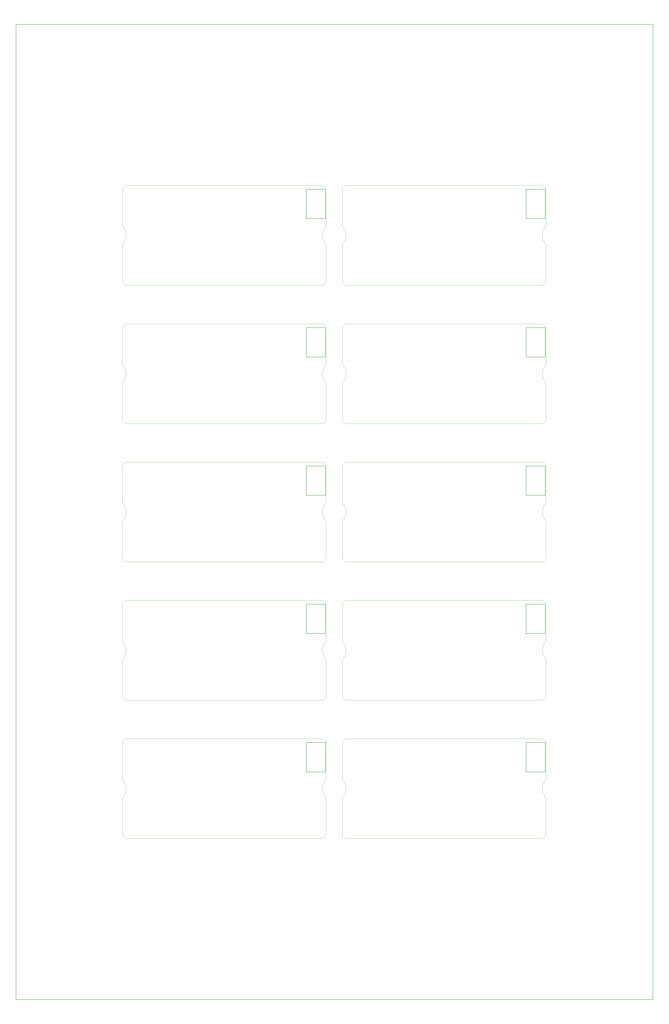
<source format=gm1>
%FSTAX23Y23*%
%MOIN*%
%SFA1B1*%

%IPPOS*%
%ADD11C,0.007870*%
%ADD12C,0.005000*%
%ADD34C,0.001000*%
%LNpowerboardv1-1*%
%LPD*%
G54D11*
X05611Y04398D02*
Y04965D01*
X05981*
G54D12*
X0Y0D02*
X12312D01*
Y18836*
X0*
Y0*
G54D11*
X05981Y04398D02*
Y04965D01*
X05611Y04398D02*
X05981D01*
G54D34*
X05993Y0425D02*
X05987Y04243D01*
X0598Y04235*
X05974Y04227*
X05968Y04219*
X05963Y04211*
X05958Y04202*
X05953Y04194*
X05948Y04185*
X05944Y04176*
X05941Y04167*
X05937Y04157*
X05934Y04148*
X05932Y04138*
X05929Y04129*
X05927Y04119*
X05926Y04109*
X05925Y041*
X05924Y0409*
X05923Y0408*
Y0407*
X05924Y0406*
X05925Y0405*
X05926Y0404*
X05927Y0403*
X05929Y04021*
X05932Y04011*
X05934Y04002*
X05937Y03992*
X05941Y03983*
X05944Y03974*
X05948Y03965*
X05953Y03956*
X05958Y03947*
X05963Y03939*
X05968Y0393*
X05974Y03922*
X0598Y03915*
X05987Y03907*
X05993Y039*
Y0494D02*
X05993Y0495D01*
X05991Y0496*
X05989Y04969*
X05986Y04978*
X05982Y04987*
X05977Y04995*
X05971Y05003*
X05964Y0501*
X05957Y05017*
X05949Y05023*
X05941Y05028*
X05932Y05032*
X05923Y05035*
X05914Y05037*
X05904Y05039*
X05895Y05039*
X05895Y0311D02*
X05905Y0311D01*
X05915Y03112*
X05925Y03115*
X05935Y03118*
X05944Y03123*
X05953Y03129*
X05961Y03135*
X05968Y03143*
X05974Y03151*
X0598Y03159*
X05985Y03168*
X05988Y03178*
X05991Y03188*
X05993Y03198*
X05993Y03208*
X02056D02*
X02057Y03198D01*
X02058Y03188*
X02061Y03178*
X02065Y03168*
X02069Y03159*
X02075Y03151*
X02082Y03143*
X02089Y03135*
X02097Y03129*
X02105Y03123*
X02115Y03118*
X02124Y03115*
X02134Y03112*
X02144Y0311*
X02155Y0311*
X02155Y05039D02*
X02145Y05039D01*
X02136Y05037*
X02126Y05035*
X02117Y05032*
X02108Y05028*
X021Y05023*
X02092Y05017*
X02085Y0501*
X02079Y05003*
X02073Y04995*
X02068Y04987*
X02064Y04978*
X0206Y04969*
X02058Y0496*
X02057Y0495*
X02056Y0494*
Y039D02*
X02063Y03907D01*
X02069Y03915*
X02075Y03922*
X02081Y0393*
X02087Y03939*
X02092Y03947*
X02097Y03956*
X02101Y03965*
X02105Y03974*
X02109Y03983*
X02112Y03992*
X02115Y04002*
X02118Y04011*
X0212Y04021*
X02122Y0403*
X02124Y0404*
X02125Y0405*
X02126Y0406*
X02126Y0407*
Y0408*
X02126Y0409*
X02125Y041*
X02124Y04109*
X02122Y04119*
X0212Y04129*
X02118Y04138*
X02115Y04148*
X02112Y04157*
X02109Y04167*
X02105Y04176*
X02101Y04185*
X02097Y04194*
X02092Y04202*
X02087Y04211*
X02081Y04219*
X02075Y04227*
X02069Y04235*
X02063Y04243*
X02056Y0425*
X02155Y05039D02*
X05895D01*
X05993Y03208D02*
Y039D01*
Y0425D02*
Y04941D01*
X02155Y0311D02*
X05895D01*
X02056Y0425D02*
Y04941D01*
Y03208D02*
Y039D01*
G54D11*
X09861Y04398D02*
Y04965D01*
X10231*
Y04398D02*
Y04965D01*
X09861Y04398D02*
X10231D01*
G54D34*
X10243Y0425D02*
X10237Y04243D01*
X1023Y04235*
X10224Y04227*
X10218Y04219*
X10213Y04211*
X10208Y04202*
X10203Y04194*
X10198Y04185*
X10194Y04176*
X10191Y04167*
X10187Y04157*
X10184Y04148*
X10182Y04138*
X10179Y04129*
X10177Y04119*
X10176Y04109*
X10175Y041*
X10174Y0409*
X10173Y0408*
Y0407*
X10174Y0406*
X10175Y0405*
X10176Y0404*
X10177Y0403*
X10179Y04021*
X10182Y04011*
X10184Y04002*
X10187Y03992*
X10191Y03983*
X10194Y03974*
X10198Y03965*
X10203Y03956*
X10208Y03947*
X10213Y03939*
X10218Y0393*
X10224Y03922*
X1023Y03915*
X10237Y03907*
X10243Y039*
Y0494D02*
X10243Y0495D01*
X10241Y0496*
X10239Y04969*
X10236Y04978*
X10232Y04987*
X10227Y04995*
X10221Y05003*
X10214Y0501*
X10207Y05017*
X10199Y05023*
X10191Y05028*
X10182Y05032*
X10173Y05035*
X10164Y05037*
X10154Y05039*
X10145Y05039*
X10145Y0311D02*
X10155Y0311D01*
X10165Y03112*
X10175Y03115*
X10185Y03118*
X10194Y03123*
X10203Y03129*
X10211Y03135*
X10218Y03143*
X10224Y03151*
X1023Y03159*
X10235Y03168*
X10238Y03178*
X10241Y03188*
X10243Y03198*
X10243Y03208*
X06306D02*
X06307Y03198D01*
X06308Y03188*
X06311Y03178*
X06315Y03168*
X06319Y03159*
X06325Y03151*
X06332Y03143*
X06339Y03135*
X06347Y03129*
X06356Y03123*
X06365Y03118*
X06374Y03115*
X06384Y03112*
X06394Y0311*
X06405Y0311*
X06405Y05039D02*
X06395Y05039D01*
X06386Y05037*
X06376Y05035*
X06367Y05032*
X06358Y05028*
X0635Y05023*
X06342Y05017*
X06335Y0501*
X06329Y05003*
X06323Y04995*
X06318Y04987*
X06314Y04978*
X0631Y04969*
X06308Y0496*
X06307Y0495*
X06306Y0494*
Y039D02*
X06313Y03907D01*
X06319Y03915*
X06325Y03922*
X06331Y0393*
X06337Y03939*
X06342Y03947*
X06347Y03956*
X06351Y03965*
X06355Y03974*
X06359Y03983*
X06362Y03992*
X06365Y04002*
X06368Y04011*
X0637Y04021*
X06372Y0403*
X06374Y0404*
X06375Y0405*
X06376Y0406*
X06376Y0407*
Y0408*
X06376Y0409*
X06375Y041*
X06374Y04109*
X06372Y04119*
X0637Y04129*
X06368Y04138*
X06365Y04148*
X06362Y04157*
X06359Y04167*
X06355Y04176*
X06351Y04185*
X06347Y04194*
X06342Y04202*
X06337Y04211*
X06331Y04219*
X06325Y04227*
X06319Y04235*
X06313Y04243*
X06306Y0425*
X06405Y05039D02*
X10145D01*
X10243Y03208D02*
Y039D01*
Y0425D02*
Y04941D01*
X06405Y0311D02*
X10145D01*
X06306Y0425D02*
Y04941D01*
Y03208D02*
Y039D01*
G54D11*
X05611Y0707D02*
Y07637D01*
X05981*
Y0707D02*
Y07637D01*
X05611Y0707D02*
X05981D01*
G54D34*
X05993Y06922D02*
X05987Y06915D01*
X0598Y06907*
X05974Y06899*
X05968Y06891*
X05963Y06883*
X05958Y06874*
X05953Y06866*
X05948Y06857*
X05944Y06848*
X05941Y06839*
X05937Y06829*
X05934Y0682*
X05932Y0681*
X05929Y06801*
X05927Y06791*
X05926Y06781*
X05925Y06772*
X05924Y06762*
X05923Y06752*
Y06742*
X05924Y06732*
X05925Y06722*
X05926Y06712*
X05927Y06702*
X05929Y06693*
X05932Y06683*
X05934Y06674*
X05937Y06664*
X05941Y06655*
X05944Y06646*
X05948Y06637*
X05953Y06628*
X05958Y06619*
X05963Y06611*
X05968Y06602*
X05974Y06594*
X0598Y06587*
X05987Y06579*
X05993Y06572*
Y07612D02*
X05993Y07622D01*
X05991Y07632*
X05989Y07641*
X05986Y0765*
X05982Y07659*
X05977Y07667*
X05971Y07675*
X05964Y07682*
X05957Y07689*
X05949Y07695*
X05941Y077*
X05932Y07704*
X05923Y07707*
X05914Y07709*
X05904Y07711*
X05895Y07711*
X05895Y05782D02*
X05905Y05782D01*
X05915Y05784*
X05925Y05787*
X05935Y0579*
X05944Y05795*
X05953Y05801*
X05961Y05807*
X05968Y05815*
X05974Y05823*
X0598Y05831*
X05985Y0584*
X05988Y0585*
X05991Y0586*
X05993Y0587*
X05993Y0588*
X02056D02*
X02057Y0587D01*
X02058Y0586*
X02061Y0585*
X02065Y0584*
X02069Y05831*
X02075Y05823*
X02082Y05815*
X02089Y05807*
X02097Y05801*
X02105Y05795*
X02115Y0579*
X02124Y05787*
X02134Y05784*
X02144Y05782*
X02155Y05782*
X02155Y07711D02*
X02145Y07711D01*
X02136Y07709*
X02126Y07707*
X02117Y07704*
X02108Y077*
X021Y07695*
X02092Y07689*
X02085Y07682*
X02079Y07675*
X02073Y07667*
X02068Y07659*
X02064Y0765*
X0206Y07641*
X02058Y07632*
X02057Y07622*
X02056Y07612*
Y06572D02*
X02063Y06579D01*
X02069Y06587*
X02075Y06594*
X02081Y06602*
X02087Y06611*
X02092Y06619*
X02097Y06628*
X02101Y06637*
X02105Y06646*
X02109Y06655*
X02112Y06664*
X02115Y06674*
X02118Y06683*
X0212Y06693*
X02122Y06702*
X02124Y06712*
X02125Y06722*
X02126Y06732*
X02126Y06742*
Y06752*
X02126Y06762*
X02125Y06772*
X02124Y06781*
X02122Y06791*
X0212Y06801*
X02118Y0681*
X02115Y0682*
X02112Y06829*
X02109Y06839*
X02105Y06848*
X02101Y06857*
X02097Y06866*
X02092Y06874*
X02087Y06883*
X02081Y06891*
X02075Y06899*
X02069Y06907*
X02063Y06915*
X02056Y06922*
X02155Y07711D02*
X05895D01*
X05993Y0588D02*
Y06572D01*
Y06922D02*
Y07613D01*
X02155Y05782D02*
X05895D01*
X02056Y06922D02*
Y07613D01*
Y0588D02*
Y06572D01*
G54D11*
X09861Y0707D02*
Y07637D01*
X10231*
Y0707D02*
Y07637D01*
X09861Y0707D02*
X10231D01*
G54D34*
X10243Y06922D02*
X10237Y06915D01*
X1023Y06907*
X10224Y06899*
X10218Y06891*
X10213Y06883*
X10208Y06874*
X10203Y06866*
X10198Y06857*
X10194Y06848*
X10191Y06839*
X10187Y06829*
X10184Y0682*
X10182Y0681*
X10179Y06801*
X10177Y06791*
X10176Y06781*
X10175Y06772*
X10174Y06762*
X10173Y06752*
Y06742*
X10174Y06732*
X10175Y06722*
X10176Y06712*
X10177Y06702*
X10179Y06693*
X10182Y06683*
X10184Y06674*
X10187Y06664*
X10191Y06655*
X10194Y06646*
X10198Y06637*
X10203Y06628*
X10208Y06619*
X10213Y06611*
X10218Y06602*
X10224Y06594*
X1023Y06587*
X10237Y06579*
X10243Y06572*
Y07612D02*
X10243Y07622D01*
X10241Y07632*
X10239Y07641*
X10236Y0765*
X10232Y07659*
X10227Y07667*
X10221Y07675*
X10214Y07682*
X10207Y07689*
X10199Y07695*
X10191Y077*
X10182Y07704*
X10173Y07707*
X10164Y07709*
X10154Y07711*
X10145Y07711*
X10145Y05782D02*
X10155Y05782D01*
X10165Y05784*
X10175Y05787*
X10185Y0579*
X10194Y05795*
X10203Y05801*
X10211Y05807*
X10218Y05815*
X10224Y05823*
X1023Y05831*
X10235Y0584*
X10238Y0585*
X10241Y0586*
X10243Y0587*
X10243Y0588*
X06306D02*
X06307Y0587D01*
X06308Y0586*
X06311Y0585*
X06315Y0584*
X06319Y05831*
X06325Y05823*
X06332Y05815*
X06339Y05807*
X06347Y05801*
X06356Y05795*
X06365Y0579*
X06374Y05787*
X06384Y05784*
X06394Y05782*
X06405Y05782*
X06405Y07711D02*
X06395Y07711D01*
X06386Y07709*
X06376Y07707*
X06367Y07704*
X06358Y077*
X0635Y07695*
X06342Y07689*
X06335Y07682*
X06329Y07675*
X06323Y07667*
X06318Y07659*
X06314Y0765*
X0631Y07641*
X06308Y07632*
X06307Y07622*
X06306Y07612*
Y06572D02*
X06313Y06579D01*
X06319Y06587*
X06325Y06594*
X06331Y06602*
X06337Y06611*
X06342Y06619*
X06347Y06628*
X06351Y06637*
X06355Y06646*
X06359Y06655*
X06362Y06664*
X06365Y06674*
X06368Y06683*
X0637Y06693*
X06372Y06702*
X06374Y06712*
X06375Y06722*
X06376Y06732*
X06376Y06742*
Y06752*
X06376Y06762*
X06375Y06772*
X06374Y06781*
X06372Y06791*
X0637Y06801*
X06368Y0681*
X06365Y0682*
X06362Y06829*
X06359Y06839*
X06355Y06848*
X06351Y06857*
X06347Y06866*
X06342Y06874*
X06337Y06883*
X06331Y06891*
X06325Y06899*
X06319Y06907*
X06313Y06915*
X06306Y06922*
X06405Y07711D02*
X10145D01*
X10243Y0588D02*
Y06572D01*
Y06922D02*
Y07613D01*
X06405Y05782D02*
X10145D01*
X06306Y06922D02*
Y07613D01*
Y0588D02*
Y06572D01*
G54D11*
X05611Y09741D02*
Y10308D01*
X05981*
Y09741D02*
Y10308D01*
X05611Y09741D02*
X05981D01*
G54D34*
X05993Y09593D02*
X05987Y09586D01*
X0598Y09578*
X05974Y0957*
X05968Y09562*
X05963Y09554*
X05958Y09545*
X05953Y09537*
X05948Y09528*
X05944Y09519*
X05941Y0951*
X05937Y095*
X05934Y09491*
X05932Y09481*
X05929Y09472*
X05927Y09462*
X05926Y09452*
X05925Y09443*
X05924Y09433*
X05923Y09423*
Y09414*
X05924Y09404*
X05925Y09394*
X05926Y09384*
X05927Y09374*
X05929Y09365*
X05932Y09355*
X05934Y09346*
X05937Y09336*
X05941Y09327*
X05944Y09318*
X05948Y09309*
X05953Y093*
X05958Y09291*
X05963Y09283*
X05968Y09274*
X05974Y09266*
X0598Y09259*
X05987Y09251*
X05993Y09244*
Y10283D02*
X05993Y10293D01*
X05991Y10303*
X05989Y10312*
X05986Y10321*
X05982Y1033*
X05977Y10338*
X05971Y10346*
X05964Y10353*
X05957Y1036*
X05949Y10366*
X05941Y10371*
X05932Y10375*
X05923Y10378*
X05914Y1038*
X05904Y10382*
X05895Y10382*
X05895Y08454D02*
X05905Y08454D01*
X05915Y08456*
X05925Y08459*
X05935Y08462*
X05944Y08467*
X05953Y08473*
X05961Y08479*
X05968Y08487*
X05974Y08495*
X0598Y08503*
X05985Y08512*
X05988Y08522*
X05991Y08532*
X05993Y08542*
X05993Y08552*
X02056D02*
X02057Y08542D01*
X02058Y08532*
X02061Y08522*
X02065Y08512*
X02069Y08503*
X02075Y08495*
X02082Y08487*
X02089Y08479*
X02097Y08473*
X02105Y08467*
X02115Y08462*
X02124Y08459*
X02134Y08456*
X02144Y08454*
X02155Y08454*
X02155Y10382D02*
X02145Y10382D01*
X02136Y1038*
X02126Y10378*
X02117Y10375*
X02108Y10371*
X021Y10366*
X02092Y1036*
X02085Y10353*
X02079Y10346*
X02073Y10338*
X02068Y1033*
X02064Y10321*
X0206Y10312*
X02058Y10303*
X02057Y10293*
X02056Y10283*
Y09244D02*
X02063Y09251D01*
X02069Y09259*
X02075Y09266*
X02081Y09274*
X02087Y09283*
X02092Y09291*
X02097Y093*
X02101Y09309*
X02105Y09318*
X02109Y09327*
X02112Y09336*
X02115Y09346*
X02118Y09355*
X0212Y09365*
X02122Y09374*
X02124Y09384*
X02125Y09394*
X02126Y09404*
X02126Y09414*
Y09423*
X02126Y09433*
X02125Y09443*
X02124Y09452*
X02122Y09462*
X0212Y09472*
X02118Y09481*
X02115Y09491*
X02112Y095*
X02109Y0951*
X02105Y09519*
X02101Y09528*
X02097Y09537*
X02092Y09545*
X02087Y09554*
X02081Y09562*
X02075Y0957*
X02069Y09578*
X02063Y09586*
X02056Y09593*
X02155Y10382D02*
X05895D01*
X05993Y08552D02*
Y09244D01*
Y09593D02*
Y10284D01*
X02155Y08454D02*
X05895D01*
X02056Y09593D02*
Y10284D01*
Y08552D02*
Y09244D01*
G54D11*
X09861Y09741D02*
Y10308D01*
X10231*
Y09741D02*
Y10308D01*
X09861Y09741D02*
X10231D01*
G54D34*
X10243Y09593D02*
X10237Y09586D01*
X1023Y09578*
X10224Y0957*
X10218Y09562*
X10213Y09554*
X10208Y09545*
X10203Y09537*
X10198Y09528*
X10194Y09519*
X10191Y0951*
X10187Y095*
X10184Y09491*
X10182Y09481*
X10179Y09472*
X10177Y09462*
X10176Y09452*
X10175Y09443*
X10174Y09433*
X10173Y09423*
Y09414*
X10174Y09404*
X10175Y09394*
X10176Y09384*
X10177Y09374*
X10179Y09365*
X10182Y09355*
X10184Y09346*
X10187Y09336*
X10191Y09327*
X10194Y09318*
X10198Y09309*
X10203Y093*
X10208Y09291*
X10213Y09283*
X10218Y09274*
X10224Y09266*
X1023Y09259*
X10237Y09251*
X10243Y09244*
Y10283D02*
X10243Y10293D01*
X10241Y10303*
X10239Y10312*
X10236Y10321*
X10232Y1033*
X10227Y10338*
X10221Y10346*
X10214Y10353*
X10207Y1036*
X10199Y10366*
X10191Y10371*
X10182Y10375*
X10173Y10378*
X10164Y1038*
X10154Y10382*
X10145Y10382*
X10145Y08454D02*
X10155Y08454D01*
X10165Y08456*
X10175Y08459*
X10185Y08462*
X10194Y08467*
X10203Y08473*
X10211Y08479*
X10218Y08487*
X10224Y08495*
X1023Y08503*
X10235Y08512*
X10238Y08522*
X10241Y08532*
X10243Y08542*
X10243Y08552*
X06306D02*
X06307Y08542D01*
X06308Y08532*
X06311Y08522*
X06315Y08512*
X06319Y08503*
X06325Y08495*
X06332Y08487*
X06339Y08479*
X06347Y08473*
X06356Y08467*
X06365Y08462*
X06374Y08459*
X06384Y08456*
X06394Y08454*
X06405Y08454*
X06405Y10382D02*
X06395Y10382D01*
X06386Y1038*
X06376Y10378*
X06367Y10375*
X06358Y10371*
X0635Y10366*
X06342Y1036*
X06335Y10353*
X06329Y10346*
X06323Y10338*
X06318Y1033*
X06314Y10321*
X0631Y10312*
X06308Y10303*
X06307Y10293*
X06306Y10283*
Y09244D02*
X06313Y09251D01*
X06319Y09259*
X06325Y09266*
X06331Y09274*
X06337Y09283*
X06342Y09291*
X06347Y093*
X06351Y09309*
X06355Y09318*
X06359Y09327*
X06362Y09336*
X06365Y09346*
X06368Y09355*
X0637Y09365*
X06372Y09374*
X06374Y09384*
X06375Y09394*
X06376Y09404*
X06376Y09414*
Y09423*
X06376Y09433*
X06375Y09443*
X06374Y09452*
X06372Y09462*
X0637Y09472*
X06368Y09481*
X06365Y09491*
X06362Y095*
X06359Y0951*
X06355Y09519*
X06351Y09528*
X06347Y09537*
X06342Y09545*
X06337Y09554*
X06331Y09562*
X06325Y0957*
X06319Y09578*
X06313Y09586*
X06306Y09593*
X06405Y10382D02*
X10145D01*
X10243Y08552D02*
Y09244D01*
Y09593D02*
Y10284D01*
X06405Y08454D02*
X10145D01*
X06306Y09593D02*
Y10284D01*
Y08552D02*
Y09244D01*
G54D11*
X05611Y12413D02*
Y1298D01*
X05981*
Y12413D02*
Y1298D01*
X05611Y12413D02*
X05981D01*
G54D34*
X05993Y12265D02*
X05987Y12258D01*
X0598Y1225*
X05974Y12242*
X05968Y12234*
X05963Y12226*
X05958Y12217*
X05953Y12209*
X05948Y122*
X05944Y12191*
X05941Y12182*
X05937Y12172*
X05934Y12163*
X05932Y12153*
X05929Y12144*
X05927Y12134*
X05926Y12124*
X05925Y12115*
X05924Y12105*
X05923Y12095*
Y12085*
X05924Y12075*
X05925Y12065*
X05926Y12055*
X05927Y12045*
X05929Y12036*
X05932Y12026*
X05934Y12017*
X05937Y12007*
X05941Y11998*
X05944Y11989*
X05948Y1198*
X05953Y11971*
X05958Y11962*
X05963Y11954*
X05968Y11945*
X05974Y11937*
X0598Y1193*
X05987Y11922*
X05993Y11915*
Y12955D02*
X05993Y12965D01*
X05991Y12975*
X05989Y12984*
X05986Y12993*
X05982Y13002*
X05977Y1301*
X05971Y13018*
X05964Y13025*
X05957Y13032*
X05949Y13038*
X05941Y13043*
X05932Y13047*
X05923Y1305*
X05914Y13052*
X05904Y13054*
X05895Y13054*
X05895Y11125D02*
X05905Y11125D01*
X05915Y11127*
X05925Y1113*
X05935Y11133*
X05944Y11138*
X05953Y11144*
X05961Y1115*
X05968Y11158*
X05974Y11166*
X0598Y11174*
X05985Y11183*
X05988Y11193*
X05991Y11203*
X05993Y11213*
X05993Y11223*
X02056D02*
X02057Y11213D01*
X02058Y11203*
X02061Y11193*
X02065Y11183*
X02069Y11174*
X02075Y11166*
X02082Y11158*
X02089Y1115*
X02097Y11144*
X02105Y11138*
X02115Y11133*
X02124Y1113*
X02134Y11127*
X02144Y11125*
X02155Y11125*
X02155Y13054D02*
X02145Y13054D01*
X02136Y13052*
X02126Y1305*
X02117Y13047*
X02108Y13043*
X021Y13038*
X02092Y13032*
X02085Y13025*
X02079Y13018*
X02073Y1301*
X02068Y13002*
X02064Y12993*
X0206Y12984*
X02058Y12975*
X02057Y12965*
X02056Y12955*
Y11915D02*
X02063Y11922D01*
X02069Y1193*
X02075Y11937*
X02081Y11945*
X02087Y11954*
X02092Y11962*
X02097Y11971*
X02101Y1198*
X02105Y11989*
X02109Y11998*
X02112Y12007*
X02115Y12017*
X02118Y12026*
X0212Y12036*
X02122Y12045*
X02124Y12055*
X02125Y12065*
X02126Y12075*
X02126Y12085*
Y12095*
X02126Y12105*
X02125Y12115*
X02124Y12124*
X02122Y12134*
X0212Y12144*
X02118Y12153*
X02115Y12163*
X02112Y12172*
X02109Y12182*
X02105Y12191*
X02101Y122*
X02097Y12209*
X02092Y12217*
X02087Y12226*
X02081Y12234*
X02075Y12242*
X02069Y1225*
X02063Y12258*
X02056Y12265*
X02155Y13054D02*
X05895D01*
X05993Y11223D02*
Y11915D01*
Y12265D02*
Y12956D01*
X02155Y11125D02*
X05895D01*
X02056Y12265D02*
Y12956D01*
Y11223D02*
Y11915D01*
G54D11*
X09861Y12413D02*
Y1298D01*
X10231*
Y12413D02*
Y1298D01*
X09861Y12413D02*
X10231D01*
G54D34*
X10243Y12265D02*
X10237Y12258D01*
X1023Y1225*
X10224Y12242*
X10218Y12234*
X10213Y12226*
X10208Y12217*
X10203Y12209*
X10198Y122*
X10194Y12191*
X10191Y12182*
X10187Y12172*
X10184Y12163*
X10182Y12153*
X10179Y12144*
X10177Y12134*
X10176Y12124*
X10175Y12115*
X10174Y12105*
X10173Y12095*
Y12085*
X10174Y12075*
X10175Y12065*
X10176Y12055*
X10177Y12045*
X10179Y12036*
X10182Y12026*
X10184Y12017*
X10187Y12007*
X10191Y11998*
X10194Y11989*
X10198Y1198*
X10203Y11971*
X10208Y11962*
X10213Y11954*
X10218Y11945*
X10224Y11937*
X1023Y1193*
X10237Y11922*
X10243Y11915*
Y12955D02*
X10243Y12965D01*
X10241Y12975*
X10239Y12984*
X10236Y12993*
X10232Y13002*
X10227Y1301*
X10221Y13018*
X10214Y13025*
X10207Y13032*
X10199Y13038*
X10191Y13043*
X10182Y13047*
X10173Y1305*
X10164Y13052*
X10154Y13054*
X10145Y13054*
X10145Y11125D02*
X10155Y11125D01*
X10165Y11127*
X10175Y1113*
X10185Y11133*
X10194Y11138*
X10203Y11144*
X10211Y1115*
X10218Y11158*
X10224Y11166*
X1023Y11174*
X10235Y11183*
X10238Y11193*
X10241Y11203*
X10243Y11213*
X10243Y11223*
X06306D02*
X06307Y11213D01*
X06308Y11203*
X06311Y11193*
X06315Y11183*
X06319Y11174*
X06325Y11166*
X06332Y11158*
X06339Y1115*
X06347Y11144*
X06356Y11138*
X06365Y11133*
X06374Y1113*
X06384Y11127*
X06394Y11125*
X06405Y11125*
X06405Y13054D02*
X06395Y13054D01*
X06386Y13052*
X06376Y1305*
X06367Y13047*
X06358Y13043*
X0635Y13038*
X06342Y13032*
X06335Y13025*
X06329Y13018*
X06323Y1301*
X06318Y13002*
X06314Y12993*
X0631Y12984*
X06308Y12975*
X06307Y12965*
X06306Y12955*
Y11915D02*
X06313Y11922D01*
X06319Y1193*
X06325Y11937*
X06331Y11945*
X06337Y11954*
X06342Y11962*
X06347Y11971*
X06351Y1198*
X06355Y11989*
X06359Y11998*
X06362Y12007*
X06365Y12017*
X06368Y12026*
X0637Y12036*
X06372Y12045*
X06374Y12055*
X06375Y12065*
X06376Y12075*
X06376Y12085*
Y12095*
X06376Y12105*
X06375Y12115*
X06374Y12124*
X06372Y12134*
X0637Y12144*
X06368Y12153*
X06365Y12163*
X06362Y12172*
X06359Y12182*
X06355Y12191*
X06351Y122*
X06347Y12209*
X06342Y12217*
X06337Y12226*
X06331Y12234*
X06325Y12242*
X06319Y1225*
X06313Y12258*
X06306Y12265*
X06405Y13054D02*
X10145D01*
X10243Y11223D02*
Y11915D01*
Y12265D02*
Y12956D01*
X06405Y11125D02*
X10145D01*
X06306Y12265D02*
Y12956D01*
Y11223D02*
Y11915D01*
G54D11*
X05611Y15085D02*
Y15652D01*
X05981*
Y15085D02*
Y15652D01*
X05611Y15085D02*
X05981D01*
G54D34*
X05993Y14937D02*
X05987Y1493D01*
X0598Y14922*
X05974Y14914*
X05968Y14906*
X05963Y14898*
X05958Y14889*
X05953Y14881*
X05948Y14872*
X05944Y14863*
X05941Y14854*
X05937Y14844*
X05934Y14835*
X05932Y14825*
X05929Y14816*
X05927Y14806*
X05926Y14796*
X05925Y14787*
X05924Y14777*
X05923Y14767*
Y14757*
X05924Y14747*
X05925Y14737*
X05926Y14727*
X05927Y14717*
X05929Y14708*
X05932Y14698*
X05934Y14689*
X05937Y14679*
X05941Y1467*
X05944Y14661*
X05948Y14652*
X05953Y14643*
X05958Y14634*
X05963Y14626*
X05968Y14617*
X05974Y14609*
X0598Y14602*
X05987Y14594*
X05993Y14587*
Y15627D02*
X05993Y15637D01*
X05991Y15647*
X05989Y15656*
X05986Y15665*
X05982Y15674*
X05977Y15682*
X05971Y1569*
X05964Y15697*
X05957Y15704*
X05949Y1571*
X05941Y15715*
X05932Y15719*
X05923Y15722*
X05914Y15724*
X05904Y15726*
X05895Y15726*
X05895Y13797D02*
X05905Y13797D01*
X05915Y13799*
X05925Y13802*
X05935Y13805*
X05944Y1381*
X05953Y13816*
X05961Y13822*
X05968Y1383*
X05974Y13838*
X0598Y13846*
X05985Y13855*
X05988Y13865*
X05991Y13875*
X05993Y13885*
X05993Y13895*
X02056D02*
X02057Y13885D01*
X02058Y13875*
X02061Y13865*
X02065Y13855*
X02069Y13846*
X02075Y13838*
X02082Y1383*
X02089Y13822*
X02097Y13816*
X02105Y1381*
X02115Y13805*
X02124Y13802*
X02134Y13799*
X02144Y13797*
X02155Y13797*
X02155Y15726D02*
X02145Y15726D01*
X02136Y15724*
X02126Y15722*
X02117Y15719*
X02108Y15715*
X021Y1571*
X02092Y15704*
X02085Y15697*
X02079Y1569*
X02073Y15682*
X02068Y15674*
X02064Y15665*
X0206Y15656*
X02058Y15647*
X02057Y15637*
X02056Y15627*
Y14587D02*
X02063Y14594D01*
X02069Y14602*
X02075Y14609*
X02081Y14617*
X02087Y14626*
X02092Y14634*
X02097Y14643*
X02101Y14652*
X02105Y14661*
X02109Y1467*
X02112Y14679*
X02115Y14689*
X02118Y14698*
X0212Y14708*
X02122Y14717*
X02124Y14727*
X02125Y14737*
X02126Y14747*
X02126Y14757*
Y14767*
X02126Y14777*
X02125Y14787*
X02124Y14796*
X02122Y14806*
X0212Y14816*
X02118Y14825*
X02115Y14835*
X02112Y14844*
X02109Y14854*
X02105Y14863*
X02101Y14872*
X02097Y14881*
X02092Y14889*
X02087Y14898*
X02081Y14906*
X02075Y14914*
X02069Y14922*
X02063Y1493*
X02056Y14937*
X02155Y15726D02*
X05895D01*
X05993Y13895D02*
Y14587D01*
Y14937D02*
Y15628D01*
X02155Y13797D02*
X05895D01*
X02056Y14937D02*
Y15628D01*
Y13895D02*
Y14587D01*
G54D11*
X09861Y15085D02*
Y15652D01*
X10231*
Y15085D02*
Y15652D01*
X09861Y15085D02*
X10231D01*
G54D34*
X10243Y14937D02*
X10237Y1493D01*
X1023Y14922*
X10224Y14914*
X10218Y14906*
X10213Y14898*
X10208Y14889*
X10203Y14881*
X10198Y14872*
X10194Y14863*
X10191Y14854*
X10187Y14844*
X10184Y14835*
X10182Y14825*
X10179Y14816*
X10177Y14806*
X10176Y14796*
X10175Y14787*
X10174Y14777*
X10173Y14767*
Y14757*
X10174Y14747*
X10175Y14737*
X10176Y14727*
X10177Y14717*
X10179Y14708*
X10182Y14698*
X10184Y14689*
X10187Y14679*
X10191Y1467*
X10194Y14661*
X10198Y14652*
X10203Y14643*
X10208Y14634*
X10213Y14626*
X10218Y14617*
X10224Y14609*
X1023Y14602*
X10237Y14594*
X10243Y14587*
Y15627D02*
X10243Y15637D01*
X10241Y15647*
X10239Y15656*
X10236Y15665*
X10232Y15674*
X10227Y15682*
X10221Y1569*
X10214Y15697*
X10207Y15704*
X10199Y1571*
X10191Y15715*
X10182Y15719*
X10173Y15722*
X10164Y15724*
X10154Y15726*
X10145Y15726*
X10145Y13797D02*
X10155Y13797D01*
X10165Y13799*
X10175Y13802*
X10185Y13805*
X10194Y1381*
X10203Y13816*
X10211Y13822*
X10218Y1383*
X10224Y13838*
X1023Y13846*
X10235Y13855*
X10238Y13865*
X10241Y13875*
X10243Y13885*
X10243Y13895*
X06306D02*
X06307Y13885D01*
X06308Y13875*
X06311Y13865*
X06315Y13855*
X06319Y13846*
X06325Y13838*
X06332Y1383*
X06339Y13822*
X06347Y13816*
X06356Y1381*
X06365Y13805*
X06374Y13802*
X06384Y13799*
X06394Y13797*
X06405Y13797*
X06405Y15726D02*
X06395Y15726D01*
X06386Y15724*
X06376Y15722*
X06367Y15719*
X06358Y15715*
X0635Y1571*
X06342Y15704*
X06335Y15697*
X06329Y1569*
X06323Y15682*
X06318Y15674*
X06314Y15665*
X0631Y15656*
X06308Y15647*
X06307Y15637*
X06306Y15627*
Y14587D02*
X06313Y14594D01*
X06319Y14602*
X06325Y14609*
X06331Y14617*
X06337Y14626*
X06342Y14634*
X06347Y14643*
X06351Y14652*
X06355Y14661*
X06359Y1467*
X06362Y14679*
X06365Y14689*
X06368Y14698*
X0637Y14708*
X06372Y14717*
X06374Y14727*
X06375Y14737*
X06376Y14747*
X06376Y14757*
Y14767*
X06376Y14777*
X06375Y14787*
X06374Y14796*
X06372Y14806*
X0637Y14816*
X06368Y14825*
X06365Y14835*
X06362Y14844*
X06359Y14854*
X06355Y14863*
X06351Y14872*
X06347Y14881*
X06342Y14889*
X06337Y14898*
X06331Y14906*
X06325Y14914*
X06319Y14922*
X06313Y1493*
X06306Y14937*
X06405Y15726D02*
X10145D01*
X10243Y13895D02*
Y14587D01*
Y14937D02*
Y15628D01*
X06405Y13797D02*
X10145D01*
X06306Y14937D02*
Y15628D01*
Y13895D02*
Y14587D01*
M02*
</source>
